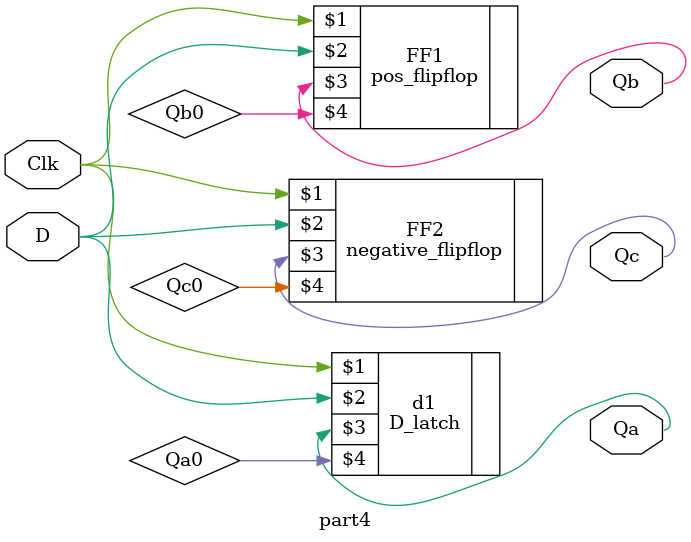
<source format=v>
module part4(D, Clk, Qa, Qb, Qc);
	input D, Clk;
	output Qa, Qb, Qc;
	wire Qa0, Qb0, Qc0;
	D_latch d1(Clk, D, Qa, Qa0);
	pos_flipflop FF1(Clk, D, Qb, Qb0);
	negative_flipflop FF2(Clk, D, Qc, Qc0);
endmodule




	
	


</source>
